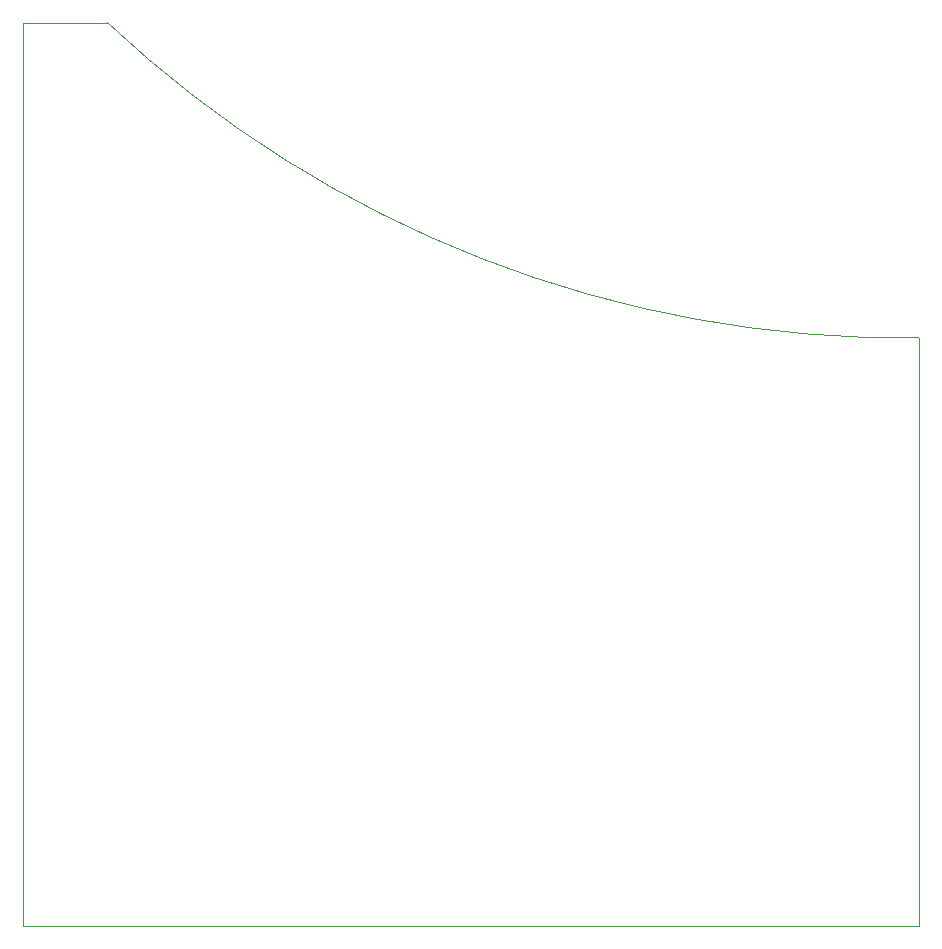
<source format=gbr>
%TF.GenerationSoftware,KiCad,Pcbnew,7.0.7*%
%TF.CreationDate,2023-11-28T10:30:52+00:00*%
%TF.ProjectId,Lynx-PS2,4c796e78-2d50-4533-922e-6b696361645f,rev?*%
%TF.SameCoordinates,Original*%
%TF.FileFunction,Profile,NP*%
%FSLAX46Y46*%
G04 Gerber Fmt 4.6, Leading zero omitted, Abs format (unit mm)*
G04 Created by KiCad (PCBNEW 7.0.7) date 2023-11-28 10:30:52*
%MOMM*%
%LPD*%
G01*
G04 APERTURE LIST*
%TA.AperFunction,Profile*%
%ADD10C,0.100000*%
%TD*%
G04 APERTURE END LIST*
D10*
X35102800Y-122986800D02*
X110947200Y-122986800D01*
X35102800Y-46530591D02*
X35102800Y-122986800D01*
X42265637Y-46530552D02*
G75*
G03*
X110950000Y-73215421I67456283J71890172D01*
G01*
X42265600Y-46530591D02*
X35102800Y-46530591D01*
X110947200Y-122986800D02*
X110950000Y-73215422D01*
M02*

</source>
